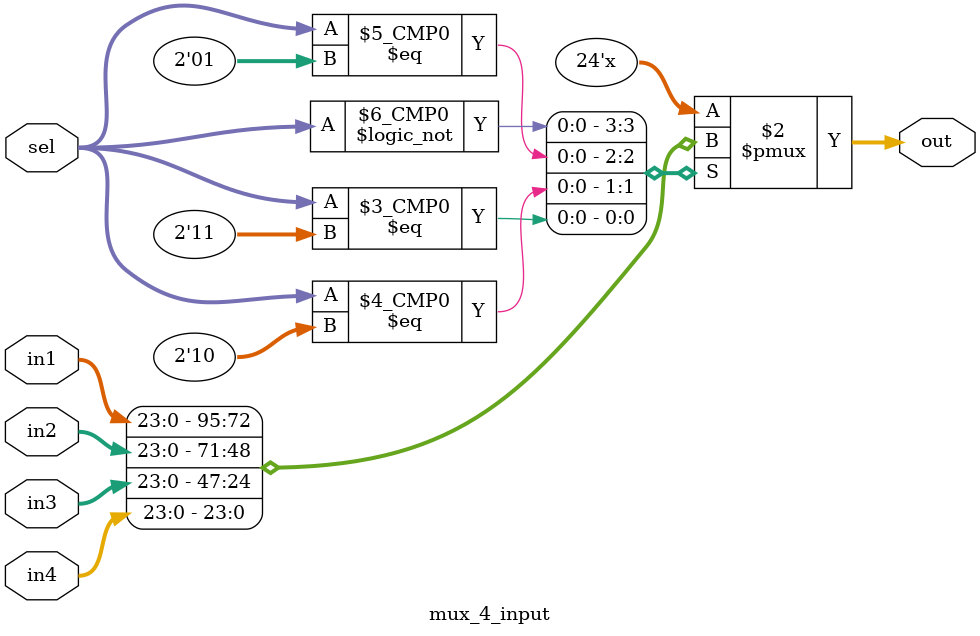
<source format=v>
module mux_4_input #(parameter integer WORD_LENGTH = 24) (in1, in2, in3, in4, sel, out);
	input [1:0]sel;
	input[WORD_LENGTH-1:0] in1, in2, in3,in4;
	output reg [WORD_LENGTH-1:0] out;
	always @(*) begin
		case(sel)
		2'b00: out <= in1;
		2'b01: out <= in2;
		2'b10: out <= in3;
		2'b11: out <= in4;
		default: out <= out;
		endcase
	end
endmodule
</source>
